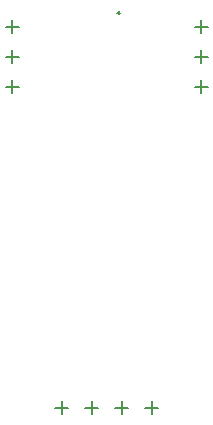
<source format=gbr>
%TF.GenerationSoftware,Altium Limited,Altium Designer,18.1.7 (191)*%
G04 Layer_Color=128*
%FSLAX42Y42*%
%MOMM*%
%TF.FileFunction,Drillmap*%
%TF.Part,Single*%
G01*
G75*
%TA.AperFunction,NonConductor*%
%ADD33C,0.13*%
D33*
X72Y1430D02*
X182D01*
X127Y1375D02*
Y1485D01*
X-182Y1430D02*
X-72D01*
X-127Y1375D02*
Y1485D01*
X-436Y1430D02*
X-326D01*
X-381Y1375D02*
Y1485D01*
X326Y1430D02*
X436D01*
X381Y1375D02*
Y1485D01*
X-855Y4146D02*
X-745D01*
X-800Y4091D02*
Y4201D01*
X-855Y4400D02*
X-745D01*
X-800Y4345D02*
Y4455D01*
X-855Y4654D02*
X-745D01*
X-800Y4599D02*
Y4709D01*
X745Y4146D02*
X855D01*
X800Y4091D02*
Y4201D01*
X745Y4400D02*
X855D01*
X800Y4345D02*
Y4455D01*
X745Y4654D02*
X855D01*
X800Y4599D02*
Y4709D01*
X85Y4775D02*
X115D01*
X100Y4760D02*
Y4790D01*
%TF.MD5,b154d215a8e0c4fe22b3447cc98b98f7*%
M02*

</source>
